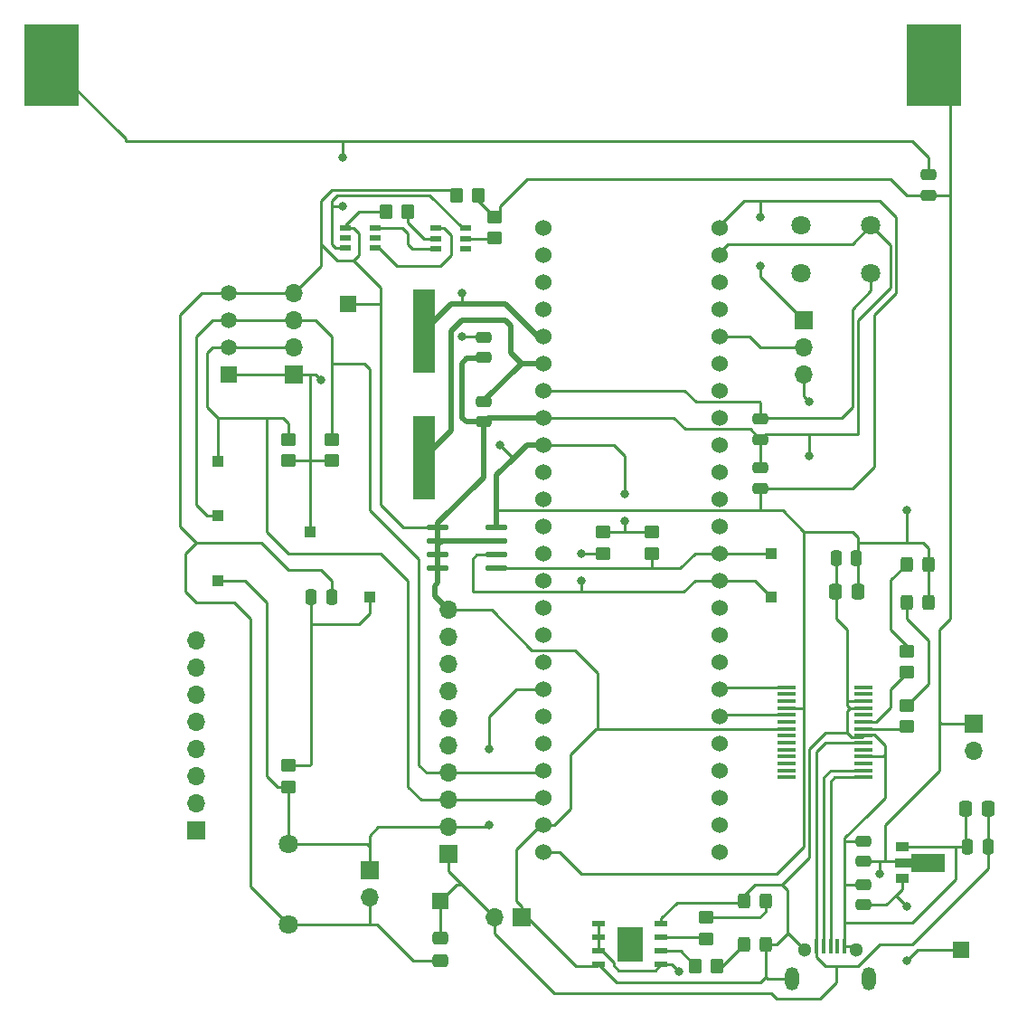
<source format=gbr>
%TF.GenerationSoftware,KiCad,Pcbnew,(7.0.0)*%
%TF.CreationDate,2023-04-03T20:33:43+02:00*%
%TF.ProjectId,EEE3088_design_project,45454533-3038-4385-9f64-657369676e5f,1.0*%
%TF.SameCoordinates,Original*%
%TF.FileFunction,Copper,L1,Top*%
%TF.FilePolarity,Positive*%
%FSLAX46Y46*%
G04 Gerber Fmt 4.6, Leading zero omitted, Abs format (unit mm)*
G04 Created by KiCad (PCBNEW (7.0.0)) date 2023-04-03 20:33:43*
%MOMM*%
%LPD*%
G01*
G04 APERTURE LIST*
G04 Aperture macros list*
%AMRoundRect*
0 Rectangle with rounded corners*
0 $1 Rounding radius*
0 $2 $3 $4 $5 $6 $7 $8 $9 X,Y pos of 4 corners*
0 Add a 4 corners polygon primitive as box body*
4,1,4,$2,$3,$4,$5,$6,$7,$8,$9,$2,$3,0*
0 Add four circle primitives for the rounded corners*
1,1,$1+$1,$2,$3*
1,1,$1+$1,$4,$5*
1,1,$1+$1,$6,$7*
1,1,$1+$1,$8,$9*
0 Add four rect primitives between the rounded corners*
20,1,$1+$1,$2,$3,$4,$5,0*
20,1,$1+$1,$4,$5,$6,$7,0*
20,1,$1+$1,$6,$7,$8,$9,0*
20,1,$1+$1,$8,$9,$2,$3,0*%
%AMFreePoly0*
4,1,9,3.862500,-0.866500,0.737500,-0.866500,0.737500,-0.450000,-0.737500,-0.450000,-0.737500,0.450000,0.737500,0.450000,0.737500,0.866500,3.862500,0.866500,3.862500,-0.866500,3.862500,-0.866500,$1*%
G04 Aperture macros list end*
%TA.AperFunction,SMDPad,CuDef*%
%ADD10R,1.300000X0.900000*%
%TD*%
%TA.AperFunction,SMDPad,CuDef*%
%ADD11FreePoly0,0.000000*%
%TD*%
%TA.AperFunction,SMDPad,CuDef*%
%ADD12RoundRect,0.250000X0.450000X-0.350000X0.450000X0.350000X-0.450000X0.350000X-0.450000X-0.350000X0*%
%TD*%
%TA.AperFunction,SMDPad,CuDef*%
%ADD13RoundRect,0.250000X0.350000X0.450000X-0.350000X0.450000X-0.350000X-0.450000X0.350000X-0.450000X0*%
%TD*%
%TA.AperFunction,SMDPad,CuDef*%
%ADD14RoundRect,0.250000X-0.250000X-0.475000X0.250000X-0.475000X0.250000X0.475000X-0.250000X0.475000X0*%
%TD*%
%TA.AperFunction,ComponentPad*%
%ADD15R,1.700000X1.700000*%
%TD*%
%TA.AperFunction,ComponentPad*%
%ADD16O,1.700000X1.700000*%
%TD*%
%TA.AperFunction,SMDPad,CuDef*%
%ADD17RoundRect,0.250000X0.475000X-0.250000X0.475000X0.250000X-0.475000X0.250000X-0.475000X-0.250000X0*%
%TD*%
%TA.AperFunction,SMDPad,CuDef*%
%ADD18R,1.500000X1.500000*%
%TD*%
%TA.AperFunction,ComponentPad*%
%ADD19R,1.000000X1.000000*%
%TD*%
%TA.AperFunction,SMDPad,CuDef*%
%ADD20RoundRect,0.250000X-0.337500X-0.475000X0.337500X-0.475000X0.337500X0.475000X-0.337500X0.475000X0*%
%TD*%
%TA.AperFunction,SMDPad,CuDef*%
%ADD21RoundRect,0.250000X-0.325000X-0.450000X0.325000X-0.450000X0.325000X0.450000X-0.325000X0.450000X0*%
%TD*%
%TA.AperFunction,ComponentPad*%
%ADD22R,1.500000X1.500000*%
%TD*%
%TA.AperFunction,ComponentPad*%
%ADD23C,1.500000*%
%TD*%
%TA.AperFunction,SMDPad,CuDef*%
%ADD24R,1.000000X0.550013*%
%TD*%
%TA.AperFunction,ComponentPad*%
%ADD25C,1.800000*%
%TD*%
%TA.AperFunction,SMDPad,CuDef*%
%ADD26RoundRect,0.250000X-0.450000X0.350000X-0.450000X-0.350000X0.450000X-0.350000X0.450000X0.350000X0*%
%TD*%
%TA.AperFunction,SMDPad,CuDef*%
%ADD27RoundRect,0.250000X-0.475000X0.250000X-0.475000X-0.250000X0.475000X-0.250000X0.475000X0.250000X0*%
%TD*%
%TA.AperFunction,SMDPad,CuDef*%
%ADD28R,0.400000X1.400000*%
%TD*%
%TA.AperFunction,ComponentPad*%
%ADD29C,1.300000*%
%TD*%
%TA.AperFunction,ComponentPad*%
%ADD30O,1.300000X2.200000*%
%TD*%
%TA.AperFunction,SMDPad,CuDef*%
%ADD31RoundRect,0.250000X-0.475000X0.337500X-0.475000X-0.337500X0.475000X-0.337500X0.475000X0.337500X0*%
%TD*%
%TA.AperFunction,SMDPad,CuDef*%
%ADD32RoundRect,0.250000X0.325000X0.450000X-0.325000X0.450000X-0.325000X-0.450000X0.325000X-0.450000X0*%
%TD*%
%TA.AperFunction,SMDPad,CuDef*%
%ADD33O,2.045009X0.588011*%
%TD*%
%TA.AperFunction,SMDPad,CuDef*%
%ADD34R,5.080010X7.620015*%
%TD*%
%TA.AperFunction,ComponentPad*%
%ADD35C,1.524000*%
%TD*%
%TA.AperFunction,SMDPad,CuDef*%
%ADD36R,1.200000X0.600000*%
%TD*%
%TA.AperFunction,SMDPad,CuDef*%
%ADD37R,2.400000X3.300000*%
%TD*%
%TA.AperFunction,SMDPad,CuDef*%
%ADD38R,2.000000X7.875000*%
%TD*%
%TA.AperFunction,SMDPad,CuDef*%
%ADD39R,1.750000X0.450000*%
%TD*%
%TA.AperFunction,ViaPad*%
%ADD40C,0.800000*%
%TD*%
%TA.AperFunction,Conductor*%
%ADD41C,0.250000*%
%TD*%
%TA.AperFunction,Conductor*%
%ADD42C,0.500000*%
%TD*%
G04 APERTURE END LIST*
D10*
%TO.P,U7,1,GND*%
%TO.N,GND*%
X172293999Y-141755999D03*
D11*
%TO.P,U7,2,VIN*%
%TO.N,/Power managment/POS_terminal*%
X172381500Y-143256000D03*
D10*
%TO.P,U7,3,VOUT*%
%TO.N,Vout3*%
X172293999Y-144755999D03*
%TD*%
D12*
%TO.P,R9,1*%
%TO.N,/Microcontroller Interface/Eprom_SDA*%
X148844000Y-114300000D03*
%TO.P,R9,2*%
%TO.N,Vout3*%
X148844000Y-112300000D03*
%TD*%
D13*
%TO.P,R4,1*%
%TO.N,Net-(D4-K)*%
X154940000Y-152908000D03*
%TO.P,R4,2*%
%TO.N,Net-(U4-STDBY#)*%
X152940000Y-152908000D03*
%TD*%
D14*
%TO.P,C8,1*%
%TO.N,GND*%
X178440000Y-141732000D03*
%TO.P,C8,2*%
%TO.N,5V*%
X180340000Y-141732000D03*
%TD*%
D15*
%TO.P,J3,1,Pin_1*%
%TO.N,GND*%
X136651999Y-148335999D03*
D16*
%TO.P,J3,2,Pin_2*%
%TO.N,5V*%
X134111999Y-148335999D03*
%TD*%
D12*
%TO.P,R11,1*%
%TO.N,Vout3*%
X118872000Y-105648000D03*
%TO.P,R11,2*%
%TO.N,Temp_Sensor_SLC*%
X118872000Y-103648000D03*
%TD*%
D17*
%TO.P,C10,1*%
%TO.N,/Power managment/POS_terminal*%
X168656000Y-143124000D03*
%TO.P,C10,2*%
%TO.N,GND*%
X168656000Y-141224000D03*
%TD*%
D14*
%TO.P,C1,1*%
%TO.N,GND*%
X166120500Y-114746000D03*
%TO.P,C1,2*%
%TO.N,Vout3*%
X168020500Y-114746000D03*
%TD*%
%TO.P,C13,1*%
%TO.N,Vout3*%
X116972000Y-118364000D03*
%TO.P,C13,2*%
%TO.N,GND*%
X118872000Y-118364000D03*
%TD*%
D15*
%TO.P,J5,1,Pin_1*%
%TO.N,Analog temp sensor*%
X122427999Y-144012999D03*
D16*
%TO.P,J5,2,Pin_2*%
%TO.N,GND*%
X122427999Y-146552999D03*
%TD*%
D18*
%TO.P,TP1,1,1*%
%TO.N,5V*%
X129031999Y-146811999D03*
%TD*%
D19*
%TO.P,TP10,1,1*%
%TO.N,/Microcontroller Interface/Eprom_SLC*%
X160019999Y-118363999D03*
%TD*%
D20*
%TO.P,C2,1*%
%TO.N,GND*%
X166094500Y-117856000D03*
%TO.P,C2,2*%
%TO.N,Vout3*%
X168169500Y-117856000D03*
%TD*%
D21*
%TO.P,D1,1,K*%
%TO.N,Net-(D1-K)*%
X172702000Y-118872000D03*
%TO.P,D1,2,A*%
%TO.N,Vout3*%
X174752000Y-118872000D03*
%TD*%
D22*
%TO.P,U8,1,VDD*%
%TO.N,Vout3*%
X109219999Y-97536015D03*
D23*
%TO.P,U8,2,SDA*%
%TO.N,Temp_Sensor_SDA*%
X109220000Y-94996011D03*
%TO.P,U8,3,SCK*%
%TO.N,Temp_Sensor_SLC*%
X109220000Y-92456005D03*
%TO.P,U8,4,GND*%
%TO.N,GND*%
X109220000Y-89916000D03*
%TD*%
D13*
%TO.P,R5,1*%
%TO.N,/Power managment/POS_terminal*%
X132588000Y-80772000D03*
%TO.P,R5,2*%
%TO.N,GND*%
X130588000Y-80772000D03*
%TD*%
D17*
%TO.P,C12,1*%
%TO.N,/Power managment/POS_terminal*%
X174752000Y-80772000D03*
%TO.P,C12,2*%
%TO.N,Net-(BT1--)*%
X174752000Y-78872000D03*
%TD*%
D24*
%TO.P,U5,1,OD*%
%TO.N,/Power managment/OD*%
X128647948Y-83886037D03*
%TO.P,U5,2,CS*%
%TO.N,Net-(U5-CS)*%
X128647948Y-84835999D03*
%TO.P,U5,3,OC*%
%TO.N,/Power managment/OC*%
X128647948Y-85785961D03*
%TO.P,U5,4,TD*%
%TO.N,unconnected-(U5-TD-Pad4)*%
X131448050Y-85785961D03*
%TO.P,U5,5,VCC*%
%TO.N,Net-(U5-VCC)*%
X131448050Y-84835999D03*
%TO.P,U5,6,GND*%
%TO.N,Net-(BT1--)*%
X131448050Y-83886037D03*
%TD*%
D19*
%TO.P,TP5,1,1*%
%TO.N,Temp_Sensor_SDA*%
X108203999Y-105663999D03*
%TD*%
D25*
%TO.P,S1,1,1*%
%TO.N,unconnected-(S1-Pad1)*%
X162866064Y-83602064D03*
%TO.P,S1,2,2*%
%TO.N,GND*%
X169365936Y-83602064D03*
%TO.P,S1,3,3*%
%TO.N,unconnected-(S1-Pad3)*%
X162866064Y-88101936D03*
%TO.P,S1,4,4*%
%TO.N,/Microcontroller Interface/NRST*%
X169365936Y-88101936D03*
%TD*%
D26*
%TO.P,R12,1*%
%TO.N,Vout3*%
X114808000Y-134144000D03*
%TO.P,R12,2*%
%TO.N,Analog temp sensor*%
X114808000Y-136144000D03*
%TD*%
D15*
%TO.P,J1,1,Pin_1*%
%TO.N,/Power managment/POS_terminal*%
X179012999Y-130296999D03*
D16*
%TO.P,J1,2,Pin_2*%
%TO.N,Vout3*%
X179012999Y-132836999D03*
%TD*%
D25*
%TO.P,TH1,1*%
%TO.N,Analog temp sensor*%
X114808000Y-141537936D03*
%TO.P,TH1,2*%
%TO.N,GND*%
X114808000Y-149038064D03*
%TD*%
D27*
%TO.P,C5,1*%
%TO.N,GND*%
X159004000Y-106304000D03*
%TO.P,C5,2*%
%TO.N,Vout3*%
X159004000Y-108204000D03*
%TD*%
D19*
%TO.P,TP9,1,1*%
%TO.N,/Microcontroller Interface/Eprom_SDA*%
X160019999Y-114299999D03*
%TD*%
D24*
%TO.P,U6,1,S1*%
%TO.N,GND*%
X120135897Y-83819999D03*
%TO.P,U6,2,D1/D2*%
%TO.N,unconnected-(U6-D1{slash}D2-Pad2)*%
X120135897Y-84769961D03*
%TO.P,U6,3,S2*%
%TO.N,Net-(BT1--)*%
X120135897Y-85719923D03*
%TO.P,U6,4,G2*%
%TO.N,/Power managment/OD*%
X122935999Y-85719923D03*
%TO.P,U6,5,D1/D2*%
%TO.N,unconnected-(U6-D1{slash}D2-Pad5)*%
X122935999Y-84769961D03*
%TO.P,U6,6,G1*%
%TO.N,/Power managment/OC*%
X122935999Y-83819999D03*
%TD*%
D15*
%TO.P,J8,1,Pin_1*%
%TO.N,PA7*%
X106171999Y-140207999D03*
D16*
%TO.P,J8,2,Pin_2*%
%TO.N,PA6*%
X106171999Y-137667999D03*
%TO.P,J8,3,Pin_3*%
%TO.N,PA5*%
X106171999Y-135127999D03*
%TO.P,J8,4,Pin_4*%
%TO.N,PA4*%
X106171999Y-132587999D03*
%TO.P,J8,5,Pin_5*%
%TO.N,PA3*%
X106171999Y-130047999D03*
%TO.P,J8,6,Pin_6*%
%TO.N,PA2*%
X106171999Y-127507999D03*
%TO.P,J8,7,Pin_7*%
%TO.N,PA1*%
X106171999Y-124967999D03*
%TO.P,J8,8,Pin_8*%
%TO.N,PA0*%
X106171999Y-122427999D03*
%TD*%
D21*
%TO.P,D4,1,K*%
%TO.N,Net-(D4-K)*%
X157462000Y-150876000D03*
%TO.P,D4,2,A*%
%TO.N,GND*%
X159512000Y-150876000D03*
%TD*%
D12*
%TO.P,R8,1*%
%TO.N,/Microcontroller Interface/Eprom_SLC*%
X144272000Y-114300000D03*
%TO.P,R8,2*%
%TO.N,Vout3*%
X144272000Y-112300000D03*
%TD*%
D28*
%TO.P,USB1,1,VBUS*%
%TO.N,5V*%
X164308024Y-151051826D03*
%TO.P,USB1,2,D-*%
%TO.N,/Microcontroller Interface/D-*%
X164958012Y-151051826D03*
%TO.P,USB1,3,D+*%
%TO.N,/Microcontroller Interface/D+*%
X165607999Y-151051826D03*
%TO.P,USB1,4,ID*%
%TO.N,unconnected-(USB1-ID-Pad4)*%
X166257986Y-151051826D03*
%TO.P,USB1,5,GND*%
%TO.N,GND*%
X166907974Y-151051826D03*
D29*
%TO.P,USB1,6,SH1*%
X168032943Y-151424446D03*
D30*
%TO.P,USB1,7,SH2*%
X169207948Y-154094498D03*
%TO.P,USB1,8,SH3*%
X162008050Y-154094498D03*
D29*
%TO.P,USB1,9,SH4*%
X163183057Y-151424446D03*
%TD*%
D31*
%TO.P,C9,1*%
%TO.N,5V*%
X129032000Y-150346500D03*
%TO.P,C9,2*%
%TO.N,GND*%
X129032000Y-152421500D03*
%TD*%
D12*
%TO.P,R2,1*%
%TO.N,Net-(U2-CBUS0)*%
X172720000Y-125444000D03*
%TO.P,R2,2*%
%TO.N,Net-(D2-K)*%
X172720000Y-123444000D03*
%TD*%
D20*
%TO.P,C7,1*%
%TO.N,GND*%
X178265000Y-138176000D03*
%TO.P,C7,2*%
%TO.N,5V*%
X180340000Y-138176000D03*
%TD*%
D15*
%TO.P,J6,1,Pin_1*%
%TO.N,Vout3*%
X163067999Y-92470999D03*
D16*
%TO.P,J6,2,Pin_2*%
%TO.N,Net-(J6-Pin_2)*%
X163067999Y-95010999D03*
%TO.P,J6,3,Pin_3*%
%TO.N,GND*%
X163067999Y-97550999D03*
%TD*%
D32*
%TO.P,D3,1,K*%
%TO.N,Net-(D3-K)*%
X159512000Y-146812000D03*
%TO.P,D3,2,A*%
%TO.N,GND*%
X157462000Y-146812000D03*
%TD*%
D15*
%TO.P,J2,1,Pin_1*%
%TO.N,5V*%
X129850999Y-142488999D03*
D16*
%TO.P,J2,2,Pin_2*%
%TO.N,Analog temp sensor*%
X129850999Y-139948999D03*
%TO.P,J2,3,Pin_3*%
%TO.N,Temp_Sensor_SDA*%
X129850999Y-137408999D03*
%TO.P,J2,4,Pin_4*%
%TO.N,Temp_Sensor_SLC*%
X129850999Y-134868999D03*
%TO.P,J2,5,Pin_5*%
%TO.N,unconnected-(J2-Pin_5-Pad5)*%
X129850999Y-132328999D03*
%TO.P,J2,6,Pin_6*%
%TO.N,unconnected-(J2-Pin_6-Pad6)*%
X129850999Y-129788999D03*
%TO.P,J2,7,Pin_7*%
%TO.N,/Microcontroller Interface/Plug_Detect*%
X129850999Y-127248999D03*
%TO.P,J2,8,Pin_8*%
%TO.N,/Microcontroller Interface/TX*%
X129850999Y-124708999D03*
%TO.P,J2,9,Pin_9*%
%TO.N,/Microcontroller Interface/RX*%
X129850999Y-122168999D03*
%TO.P,J2,10,Pin_10*%
%TO.N,GND*%
X129850999Y-119628999D03*
%TD*%
D12*
%TO.P,R1,1*%
%TO.N,Net-(U2-CBUS1)*%
X172720000Y-130524000D03*
%TO.P,R1,2*%
%TO.N,Net-(D1-K)*%
X172720000Y-128524000D03*
%TD*%
D21*
%TO.P,D2,1,K*%
%TO.N,Net-(D2-K)*%
X172702000Y-115316000D03*
%TO.P,D2,2,A*%
%TO.N,Vout3*%
X174752000Y-115316000D03*
%TD*%
D17*
%TO.P,C11,1*%
%TO.N,Vout3*%
X168656000Y-147188000D03*
%TO.P,C11,2*%
%TO.N,GND*%
X168656000Y-145288000D03*
%TD*%
D19*
%TO.P,TP6,1,1*%
%TO.N,Temp_Sensor_SLC*%
X108203999Y-110743999D03*
%TD*%
D33*
%TO.P,U3,1,A0*%
%TO.N,GND*%
X128799583Y-111886995D03*
%TO.P,U3,2,A1*%
X128799583Y-113156998D03*
%TO.P,U3,3,A2*%
X128799583Y-114427000D03*
%TO.P,U3,4,GND*%
X128799583Y-115697003D03*
%TO.P,U3,5,SDA*%
%TO.N,/Microcontroller Interface/Eprom_SDA*%
X134344415Y-115697003D03*
%TO.P,U3,6,SCL*%
%TO.N,/Microcontroller Interface/Eprom_SLC*%
X134344415Y-114427000D03*
%TO.P,U3,7,WP*%
%TO.N,GND*%
X134344415Y-113156998D03*
%TO.P,U3,8,VCC*%
%TO.N,Vout3*%
X134344415Y-111886995D03*
%TD*%
D19*
%TO.P,TP7,1,1*%
%TO.N,Vout3*%
X122427999Y-118363999D03*
%TD*%
D34*
%TO.P,BT1,1,+*%
%TO.N,/Power managment/POS_terminal*%
X175259999Y-68579999D03*
%TO.P,BT1,2,-*%
%TO.N,Net-(BT1--)*%
X92633633Y-68579999D03*
%TD*%
D18*
%TO.P,TP3,1,1*%
%TO.N,Vout3*%
X177799999Y-151383999D03*
%TD*%
D35*
%TO.P,J7,1,Pin_1*%
%TO.N,unconnected-(J7-Pin_1-Pad1)*%
X138684000Y-83820000D03*
%TO.P,J7,2,Pin_2*%
%TO.N,unconnected-(J7-Pin_2-Pad2)*%
X138684000Y-86360000D03*
%TO.P,J7,3,Pin_3*%
%TO.N,unconnected-(J7-Pin_3-Pad3)*%
X138684000Y-88900000D03*
%TO.P,J7,4,Pin_4*%
%TO.N,unconnected-(J7-Pin_4-Pad4)*%
X138684000Y-91440000D03*
%TO.P,J7,5,Pin_5*%
%TO.N,Net-(J7-Pin_5)*%
X138684000Y-93980000D03*
%TO.P,J7,6,Pin_6*%
%TO.N,Net-(J7-Pin_6)*%
X138684000Y-96520000D03*
%TO.P,J7,7,Pin_7*%
%TO.N,/Microcontroller Interface/NRST*%
X138684000Y-99060000D03*
%TO.P,J7,8,Pin_8*%
%TO.N,GND*%
X138684000Y-101600000D03*
%TO.P,J7,9,Pin_9*%
%TO.N,Vout3*%
X138684000Y-104140000D03*
%TO.P,J7,10,Pin_10*%
%TO.N,PA0*%
X138684000Y-106680000D03*
%TO.P,J7,11,Pin_11*%
%TO.N,PA1*%
X138684000Y-109220000D03*
%TO.P,J7,12,Pin_12*%
%TO.N,PA2*%
X138684000Y-111760000D03*
%TO.P,J7,13,Pin_13*%
%TO.N,PA3*%
X138684000Y-114300000D03*
%TO.P,J7,14,Pin_14*%
%TO.N,PA4*%
X138684000Y-116840000D03*
%TO.P,J7,15,Pin_15*%
%TO.N,PA5*%
X138684000Y-119380000D03*
%TO.P,J7,16,Pin_16*%
%TO.N,PA6*%
X138684000Y-121920000D03*
%TO.P,J7,17,Pin_17*%
%TO.N,PA7*%
X138684000Y-124460000D03*
%TO.P,J7,18,Pin_18*%
%TO.N,Analog temp sensor*%
X138684000Y-127000000D03*
%TO.P,J7,19,Pin_19*%
%TO.N,PB1*%
X138684000Y-129540000D03*
%TO.P,J7,20,Pin_20*%
%TO.N,PB2*%
X138684000Y-132080000D03*
%TO.P,J7,21,Pin_21*%
%TO.N,Temp_Sensor_SLC*%
X138684000Y-134620000D03*
%TO.P,J7,22,Pin_22*%
%TO.N,Temp_Sensor_SDA*%
X138684000Y-137160000D03*
%TO.P,J7,23,Pin_23*%
%TO.N,GND*%
X138684000Y-139700000D03*
%TO.P,J7,24,Pin_24*%
%TO.N,Vout3*%
X138684000Y-142240000D03*
%TO.P,J7,25,Pin_25*%
%TO.N,PB12*%
X155194000Y-142240000D03*
%TO.P,J7,26,Pin_26*%
%TO.N,PB13*%
X155194000Y-139700000D03*
%TO.P,J7,27,Pin_27*%
%TO.N,PB14*%
X155194000Y-137160000D03*
%TO.P,J7,28,Pin_28*%
%TO.N,PB15*%
X155194000Y-134620000D03*
%TO.P,J7,29,Pin_29*%
%TO.N,PA8*%
X155194000Y-132080000D03*
%TO.P,J7,30,Pin_30*%
%TO.N,/Microcontroller Interface/RX*%
X155194000Y-129540000D03*
%TO.P,J7,31,Pin_31*%
%TO.N,/Microcontroller Interface/TX*%
X155194000Y-127000000D03*
%TO.P,J7,32,Pin_32*%
%TO.N,PA11*%
X155194000Y-124460000D03*
%TO.P,J7,33,Pin_33*%
%TO.N,PA12*%
X155194000Y-121920000D03*
%TO.P,J7,34,Pin_34*%
%TO.N,PA13*%
X155194000Y-119380000D03*
%TO.P,J7,35,Pin_35*%
%TO.N,/Microcontroller Interface/Eprom_SLC*%
X155194000Y-116840000D03*
%TO.P,J7,36,Pin_36*%
%TO.N,/Microcontroller Interface/Eprom_SDA*%
X155194000Y-114300000D03*
%TO.P,J7,37,Pin_37*%
%TO.N,PA14*%
X155194000Y-111760000D03*
%TO.P,J7,38,Pin_38*%
%TO.N,PA15*%
X155194000Y-109220000D03*
%TO.P,J7,39,Pin_39*%
%TO.N,PB3*%
X155194000Y-106680000D03*
%TO.P,J7,40,Pin_40*%
%TO.N,PB4*%
X155194000Y-104140000D03*
%TO.P,J7,41,Pin_41*%
%TO.N,PB5*%
X155194000Y-101600000D03*
%TO.P,J7,42,Pin_42*%
%TO.N,PB6*%
X155194000Y-99060000D03*
%TO.P,J7,43,Pin_43*%
%TO.N,PB7*%
X155194000Y-96520000D03*
%TO.P,J7,44,Pin_44*%
%TO.N,Net-(J6-Pin_2)*%
X155194000Y-93980000D03*
%TO.P,J7,45,Pin_45*%
%TO.N,PB8*%
X155194000Y-91440000D03*
%TO.P,J7,46,Pin_46*%
%TO.N,PB9*%
X155194000Y-88900000D03*
%TO.P,J7,47,Pin_47*%
%TO.N,GND*%
X155194000Y-86360000D03*
%TO.P,J7,48,Pin_48*%
%TO.N,Vout3*%
X155194000Y-83820000D03*
%TD*%
D18*
%TO.P,TP2,1,1*%
%TO.N,GND*%
X120395999Y-90931999D03*
%TD*%
D26*
%TO.P,R7,1*%
%TO.N,/Power managment/POS_terminal*%
X134112000Y-82804000D03*
%TO.P,R7,2*%
%TO.N,Net-(U5-VCC)*%
X134112000Y-84804000D03*
%TD*%
D17*
%TO.P,C3,1*%
%TO.N,GND*%
X133129000Y-102009000D03*
%TO.P,C3,2*%
%TO.N,Net-(J7-Pin_6)*%
X133129000Y-100109000D03*
%TD*%
D36*
%TO.P,U4,1,TEMP*%
%TO.N,/Power managment/POS_terminal*%
X143903693Y-148970995D03*
%TO.P,U4,2,PROG*%
X143903693Y-150240998D03*
%TO.P,U4,3,GND*%
X143903693Y-151511000D03*
%TO.P,U4,4,VCC*%
%TO.N,GND*%
X143903693Y-152781003D03*
%TO.P,U4,5,BAT*%
%TO.N,/Power managment/POS_terminal*%
X149720305Y-152781003D03*
%TO.P,U4,6,STDBY#*%
%TO.N,Net-(U4-STDBY#)*%
X149720305Y-151511000D03*
%TO.P,U4,7,CHRG#*%
%TO.N,Net-(U4-CHRG#)*%
X149720305Y-150240998D03*
%TO.P,U4,8,CE*%
%TO.N,GND*%
X149720305Y-148970995D03*
D37*
%TO.P,U4,9,EP*%
%TO.N,unconnected-(U4-EP-Pad9)*%
X146811999Y-150875999D03*
%TD*%
D15*
%TO.P,J4,1,Pin_1*%
%TO.N,Vout3*%
X115315999Y-97535999D03*
D16*
%TO.P,J4,2,Pin_2*%
%TO.N,Temp_Sensor_SDA*%
X115315999Y-94995999D03*
%TO.P,J4,3,Pin_3*%
%TO.N,Temp_Sensor_SLC*%
X115315999Y-92455999D03*
%TO.P,J4,4,Pin_4*%
%TO.N,GND*%
X115315999Y-89915999D03*
%TD*%
D17*
%TO.P,C4,1*%
%TO.N,GND*%
X133129000Y-95979000D03*
%TO.P,C4,2*%
%TO.N,Net-(J7-Pin_5)*%
X133129000Y-94079000D03*
%TD*%
D19*
%TO.P,TP4,1,1*%
%TO.N,Vout3*%
X116839999Y-112267999D03*
%TD*%
D13*
%TO.P,R6,1*%
%TO.N,Net-(U5-CS)*%
X125984000Y-82296000D03*
%TO.P,R6,2*%
%TO.N,GND*%
X123984000Y-82296000D03*
%TD*%
D38*
%TO.P,Y1,1,1*%
%TO.N,Net-(J7-Pin_5)*%
X127507999Y-93471999D03*
%TO.P,Y1,2,2*%
%TO.N,Net-(J7-Pin_6)*%
X127507999Y-105346999D03*
%TD*%
D12*
%TO.P,R10,1*%
%TO.N,Vout3*%
X114808000Y-105632000D03*
%TO.P,R10,2*%
%TO.N,Temp_Sensor_SDA*%
X114808000Y-103632000D03*
%TD*%
D26*
%TO.P,R3,1*%
%TO.N,Net-(D3-K)*%
X153924000Y-148368000D03*
%TO.P,R3,2*%
%TO.N,Net-(U4-CHRG#)*%
X153924000Y-150368000D03*
%TD*%
D19*
%TO.P,TP8,1,1*%
%TO.N,Analog temp sensor*%
X108203999Y-116839999D03*
%TD*%
D39*
%TO.P,U2,1,TXD*%
%TO.N,/Microcontroller Interface/TX*%
X161499999Y-126838999D03*
%TO.P,U2,2,DTR*%
%TO.N,unconnected-(U2-DTR-Pad2)*%
X161499999Y-127488999D03*
%TO.P,U2,3,RTS*%
%TO.N,unconnected-(U2-RTS-Pad3)*%
X161499999Y-128138999D03*
%TO.P,U2,4,VCCIO*%
%TO.N,Vout3*%
X161499999Y-128788999D03*
%TO.P,U2,5,RXD*%
%TO.N,/Microcontroller Interface/RX*%
X161499999Y-129438999D03*
%TO.P,U2,6,RI*%
%TO.N,unconnected-(U2-RI-Pad6)*%
X161499999Y-130088999D03*
%TO.P,U2,7,GND*%
%TO.N,GND*%
X161499999Y-130738999D03*
%TO.P,U2,8*%
%TO.N,N/C*%
X161499999Y-131388999D03*
%TO.P,U2,9,DCR*%
%TO.N,unconnected-(U2-DCR-Pad9)*%
X161499999Y-132038999D03*
%TO.P,U2,10,DCD*%
%TO.N,unconnected-(U2-DCD-Pad10)*%
X161499999Y-132688999D03*
%TO.P,U2,11,CTS*%
%TO.N,unconnected-(U2-CTS-Pad11)*%
X161499999Y-133338999D03*
%TO.P,U2,12,CBUS4*%
%TO.N,unconnected-(U2-CBUS4-Pad12)*%
X161499999Y-133988999D03*
%TO.P,U2,13,CBUS2*%
%TO.N,unconnected-(U2-CBUS2-Pad13)*%
X161499999Y-134638999D03*
%TO.P,U2,14,CBUS3*%
%TO.N,unconnected-(U2-CBUS3-Pad14)*%
X161499999Y-135288999D03*
%TO.P,U2,15,USBD+*%
%TO.N,/Microcontroller Interface/D+*%
X168699999Y-135288999D03*
%TO.P,U2,16,USBD-*%
%TO.N,/Microcontroller Interface/D-*%
X168699999Y-134638999D03*
%TO.P,U2,17,3V3OUT*%
%TO.N,unconnected-(U2-3V3OUT-Pad17)*%
X168699999Y-133988999D03*
%TO.P,U2,18,GND*%
%TO.N,GND*%
X168699999Y-133338999D03*
%TO.P,U2,19,~{RESET}*%
%TO.N,unconnected-(U2-~{RESET}-Pad19)*%
X168699999Y-132688999D03*
%TO.P,U2,20,VCC*%
%TO.N,5V*%
X168699999Y-132038999D03*
%TO.P,U2,21,GND*%
%TO.N,GND*%
X168699999Y-131388999D03*
%TO.P,U2,22,CBUS1*%
%TO.N,Net-(U2-CBUS1)*%
X168699999Y-130738999D03*
%TO.P,U2,23,CBUS0*%
%TO.N,Net-(U2-CBUS0)*%
X168699999Y-130088999D03*
%TO.P,U2,24*%
%TO.N,N/C*%
X168699999Y-129438999D03*
%TO.P,U2,25,AGND*%
%TO.N,GND*%
X168699999Y-128788999D03*
%TO.P,U2,26,TEST*%
X168699999Y-128138999D03*
%TO.P,U2,27,OSCI*%
%TO.N,unconnected-(U2-OSCI-Pad27)*%
X168699999Y-127488999D03*
%TO.P,U2,28,OSCO*%
%TO.N,unconnected-(U2-OSCO-Pad28)*%
X168699999Y-126838999D03*
%TD*%
D17*
%TO.P,C6,1*%
%TO.N,GND*%
X159004000Y-103632000D03*
%TO.P,C6,2*%
%TO.N,/Microcontroller Interface/NRST*%
X159004000Y-101732000D03*
%TD*%
D40*
%TO.N,GND*%
X163576000Y-100076000D03*
X163576000Y-105156000D03*
%TO.N,Analog temp sensor*%
X133604000Y-132588000D03*
X133604000Y-139700000D03*
%TO.N,/Microcontroller Interface/Eprom_SLC*%
X142240000Y-114300000D03*
X142240000Y-116840000D03*
%TO.N,/Power managment/POS_terminal*%
X170180000Y-144272000D03*
X151384000Y-153416000D03*
%TO.N,Net-(BT1--)*%
X119888000Y-77216000D03*
X119888000Y-81788000D03*
%TO.N,Vout3*%
X172720000Y-152400000D03*
X172720000Y-147320000D03*
X134620000Y-104140000D03*
X159004000Y-87376000D03*
X146304000Y-108712000D03*
X159004000Y-82804000D03*
X146304000Y-111252000D03*
X172720000Y-110236000D03*
X117856000Y-98044000D03*
%TO.N,Net-(J7-Pin_5)*%
X131064000Y-93980000D03*
X131064000Y-89916000D03*
%TD*%
D41*
%TO.N,GND*%
X115316000Y-89916000D02*
X117856000Y-87376000D01*
X166116000Y-120396000D02*
X166116000Y-117877500D01*
X169700000Y-131289000D02*
X168800000Y-131289000D01*
D42*
X129032000Y-113284000D02*
X128926585Y-113284000D01*
D41*
X118872000Y-116840000D02*
X118872000Y-118364000D01*
X167660324Y-151051827D02*
X168032943Y-151424446D01*
X129851000Y-119629000D02*
X133853000Y-119629000D01*
X163576000Y-105156000D02*
X163576000Y-103124000D01*
X125476000Y-111760000D02*
X125602996Y-111886996D01*
X143581000Y-130739000D02*
X141224000Y-133096000D01*
X161544000Y-145796000D02*
X161544000Y-149860000D01*
X177292000Y-141756000D02*
X177292000Y-144780000D01*
X143776698Y-152908000D02*
X143903694Y-152781004D01*
D42*
X131064000Y-101600000D02*
X131473000Y-102009000D01*
D41*
X137597000Y-123373000D02*
X141661000Y-123373000D01*
X120135898Y-83820000D02*
X120135898Y-83572102D01*
X121412000Y-86360000D02*
X120904000Y-86868000D01*
X155956000Y-85344000D02*
X167624000Y-85344000D01*
X120135898Y-83572102D02*
X121412000Y-82296000D01*
X161036000Y-145288000D02*
X161544000Y-145796000D01*
X130080000Y-80264000D02*
X130588000Y-80772000D01*
X139700000Y-139700000D02*
X138430000Y-139700000D01*
X145554690Y-154432000D02*
X159004000Y-154432000D01*
D42*
X133129000Y-102009000D02*
X133538000Y-101600000D01*
D41*
X173228000Y-148844000D02*
X166907975Y-148844000D01*
X168600000Y-131489000D02*
X168700000Y-131389000D01*
X168700000Y-133339000D02*
X170445000Y-133339000D01*
X141224000Y-138176000D02*
X139700000Y-139700000D01*
X111252000Y-120396000D02*
X109728000Y-118872000D01*
D42*
X131473000Y-102009000D02*
X133129000Y-102009000D01*
D41*
X129010500Y-152400000D02*
X129032000Y-152421500D01*
X117856000Y-81280000D02*
X118872000Y-80264000D01*
X161618611Y-149860000D02*
X161544000Y-149860000D01*
X167557000Y-131489000D02*
X168600000Y-131489000D01*
X133129000Y-95979000D02*
X133063000Y-96045000D01*
X166120500Y-114746000D02*
X166120500Y-117830000D01*
X163576000Y-142748000D02*
X161036000Y-145288000D01*
X167255000Y-128139000D02*
X168700000Y-128139000D01*
X123130064Y-149038064D02*
X126492000Y-152400000D01*
X136144000Y-146812000D02*
X136652000Y-147320000D01*
X163068000Y-97551000D02*
X163068000Y-99568000D01*
X149720306Y-148475694D02*
X151197604Y-146998396D01*
X167375000Y-128789000D02*
X167132000Y-128546000D01*
X122428000Y-146553000D02*
X122428000Y-149038064D01*
X167132000Y-121412000D02*
X166116000Y-120396000D01*
X126492000Y-152400000D02*
X129010500Y-152400000D01*
X112268000Y-113284000D02*
X114808000Y-115824000D01*
X123444000Y-90932000D02*
X123444000Y-109728000D01*
X177292000Y-141756000D02*
X178416000Y-141756000D01*
X161500000Y-130739000D02*
X143764000Y-130739000D01*
X118872000Y-80264000D02*
X130080000Y-80264000D01*
D42*
X128799584Y-115697004D02*
X128799584Y-114427001D01*
D41*
X167132000Y-128546000D02*
X167132000Y-128016000D01*
X159512000Y-103124000D02*
X168148000Y-103124000D01*
X169222000Y-138684000D02*
X169164000Y-138684000D01*
X136652000Y-148336000D02*
X137160000Y-148336000D01*
X161036000Y-150368000D02*
X160528000Y-150876000D01*
X166907975Y-151051827D02*
X167660324Y-151051827D01*
X120904000Y-86868000D02*
X119380000Y-86868000D01*
X109728000Y-118872000D02*
X106172000Y-118872000D01*
X104648000Y-111760000D02*
X106172000Y-113284000D01*
X163576000Y-132588000D02*
X163576000Y-142748000D01*
X106172000Y-113284000D02*
X112268000Y-113284000D01*
X143764000Y-125476000D02*
X143764000Y-130739000D01*
X154940000Y-86360000D02*
X155956000Y-85344000D01*
X104648000Y-91948000D02*
X104648000Y-111760000D01*
X117856000Y-115824000D02*
X118872000Y-116840000D01*
X114808000Y-149038064D02*
X122428000Y-149038064D01*
X109220000Y-89916000D02*
X106680000Y-89916000D01*
D42*
X128926585Y-113284000D02*
X128799584Y-113156999D01*
D41*
X114808000Y-115824000D02*
X117856000Y-115824000D01*
X141661000Y-123373000D02*
X143764000Y-125476000D01*
D42*
X133096000Y-107188000D02*
X133096000Y-102042000D01*
D41*
X167132000Y-131064000D02*
X165100000Y-131064000D01*
X143903694Y-152781004D02*
X145554690Y-154432000D01*
X137160000Y-148336000D02*
X141732000Y-152908000D01*
X159682499Y-154094499D02*
X159512000Y-153924000D01*
D42*
X133096000Y-102042000D02*
X133129000Y-102009000D01*
D41*
X143764000Y-130739000D02*
X143581000Y-130739000D01*
D42*
X128524000Y-118302000D02*
X128524000Y-117348000D01*
D41*
X171196000Y-85432128D02*
X169365936Y-83602064D01*
D42*
X128799584Y-114427001D02*
X128799584Y-113156999D01*
D41*
X120904000Y-83820000D02*
X121412000Y-84328000D01*
X120396000Y-90932000D02*
X123444000Y-90932000D01*
X125602996Y-111886996D02*
X128799584Y-111886996D01*
X166907975Y-141224000D02*
X166907975Y-140940025D01*
X166116000Y-117877500D02*
X166094500Y-117856000D01*
X166120500Y-117830000D02*
X166094500Y-117856000D01*
D42*
X128524000Y-117348000D02*
X128799584Y-117072416D01*
D41*
X170688000Y-137160000D02*
X170688000Y-133096000D01*
X138430000Y-101600000D02*
X150876000Y-101600000D01*
X151963000Y-102687000D02*
X158059000Y-102687000D01*
D42*
X128799584Y-117072416D02*
X128799584Y-115697004D01*
D41*
X168148000Y-103124000D02*
X168148000Y-92456000D01*
X170445000Y-133339000D02*
X170688000Y-133096000D01*
X165100000Y-131064000D02*
X163576000Y-132588000D01*
X172294000Y-141756000D02*
X177292000Y-141756000D01*
X133853000Y-119629000D02*
X137597000Y-123373000D01*
X162008051Y-154094499D02*
X159682499Y-154094499D01*
D42*
X129851000Y-119629000D02*
X128524000Y-118302000D01*
X131539000Y-96045000D02*
X131064000Y-96520000D01*
D41*
X167132000Y-129032000D02*
X167132000Y-131064000D01*
X168656000Y-141224000D02*
X166907975Y-141224000D01*
D42*
X128799584Y-111484416D02*
X133096000Y-107188000D01*
D41*
X122428000Y-149038064D02*
X123130064Y-149038064D01*
X178265000Y-138176000D02*
X178265000Y-141557000D01*
X121412000Y-82296000D02*
X123984000Y-82296000D01*
X109220000Y-89916000D02*
X115316000Y-89916000D01*
X167132000Y-128016000D02*
X167132000Y-121412000D01*
X157012000Y-146998396D02*
X157143802Y-147130198D01*
X169164000Y-138684000D02*
X170688000Y-137160000D01*
X117856000Y-85344000D02*
X117856000Y-81280000D01*
X167624000Y-85344000D02*
X169365936Y-83602064D01*
X168800000Y-131289000D02*
X168700000Y-131389000D01*
X149720306Y-148970996D02*
X149720306Y-148475694D01*
D42*
X129159001Y-113156999D02*
X129032000Y-113284000D01*
D41*
X160528000Y-150876000D02*
X159512000Y-150876000D01*
X166907975Y-148844000D02*
X166907975Y-145288000D01*
X105156000Y-114300000D02*
X106172000Y-113284000D01*
X170688000Y-132277000D02*
X169700000Y-131289000D01*
X178265000Y-141557000D02*
X178440000Y-141732000D01*
X163068000Y-99568000D02*
X163576000Y-100076000D01*
X105156000Y-117856000D02*
X105156000Y-114300000D01*
X168700000Y-128789000D02*
X167375000Y-128789000D01*
X121412000Y-84328000D02*
X121412000Y-86360000D01*
X178416000Y-141756000D02*
X178440000Y-141732000D01*
X136144000Y-141986000D02*
X136144000Y-146812000D01*
X157462000Y-146322000D02*
X158496000Y-145288000D01*
X111252000Y-145482064D02*
X111252000Y-120396000D01*
X141732000Y-152908000D02*
X143776698Y-152908000D01*
X106680000Y-89916000D02*
X104648000Y-91948000D01*
X119380000Y-86868000D02*
X117856000Y-85344000D01*
D42*
X131064000Y-96520000D02*
X131064000Y-101600000D01*
D41*
X159004000Y-103632000D02*
X159512000Y-103124000D01*
X170688000Y-133096000D02*
X170688000Y-132277000D01*
X166907975Y-151051827D02*
X166907975Y-148844000D01*
X167132000Y-128016000D02*
X167255000Y-128139000D01*
X166907975Y-140940025D02*
X169164000Y-138684000D01*
X168148000Y-92456000D02*
X171196000Y-89408000D01*
X163183057Y-151424446D02*
X161618611Y-149860000D01*
X150876000Y-101600000D02*
X151963000Y-102687000D01*
X161544000Y-149860000D02*
X161036000Y-150368000D01*
X141224000Y-133096000D02*
X141224000Y-138176000D01*
X120904000Y-86868000D02*
X123444000Y-89408000D01*
X171196000Y-89408000D02*
X171196000Y-85432128D01*
X158059000Y-102687000D02*
X159004000Y-103632000D01*
X123444000Y-109728000D02*
X125476000Y-111760000D01*
X138430000Y-139700000D02*
X136144000Y-141986000D01*
X168656000Y-145288000D02*
X166907975Y-145288000D01*
D42*
X128799584Y-111886996D02*
X128799584Y-111484416D01*
D41*
X177292000Y-144780000D02*
X173228000Y-148844000D01*
X117856000Y-87376000D02*
X117856000Y-85344000D01*
X159004000Y-106304000D02*
X159004000Y-103632000D01*
X167375000Y-128789000D02*
X167132000Y-129032000D01*
X106172000Y-118872000D02*
X105156000Y-117856000D01*
X166907975Y-145288000D02*
X166907975Y-141224000D01*
X158496000Y-145288000D02*
X161036000Y-145288000D01*
D42*
X134344416Y-113156999D02*
X129159001Y-113156999D01*
D41*
X159512000Y-153924000D02*
X159512000Y-150876000D01*
X159004000Y-154432000D02*
X159512000Y-153924000D01*
D42*
X133538000Y-101600000D02*
X138430000Y-101600000D01*
D41*
X114808000Y-149038064D02*
X111252000Y-145482064D01*
D42*
X133063000Y-96045000D02*
X131539000Y-96045000D01*
D41*
X157462000Y-146812000D02*
X157462000Y-146322000D01*
X167132000Y-131064000D02*
X167557000Y-131489000D01*
X123444000Y-89408000D02*
X123444000Y-90932000D01*
X136652000Y-147320000D02*
X136652000Y-148336000D01*
X151197604Y-146998396D02*
X157012000Y-146998396D01*
X120135898Y-83820000D02*
X120904000Y-83820000D01*
D42*
X128799584Y-113156999D02*
X128799584Y-111886996D01*
D41*
%TO.N,5V*%
X164592000Y-155956000D02*
X166116000Y-154432000D01*
X166116000Y-152908000D02*
X166624000Y-152908000D01*
X129032000Y-146812000D02*
X130556000Y-145288000D01*
X168148000Y-152908000D02*
X170180000Y-150876000D01*
X170180000Y-150876000D02*
X173228000Y-150876000D01*
X160020000Y-155448000D02*
X160528000Y-155956000D01*
X139700000Y-155448000D02*
X160020000Y-155448000D01*
X164308025Y-132871975D02*
X164308025Y-151051827D01*
X164846000Y-152654000D02*
X164592000Y-152400000D01*
X165141000Y-132039000D02*
X164308025Y-132871975D01*
X165100000Y-152908000D02*
X168148000Y-152908000D01*
X164846000Y-152654000D02*
X165100000Y-152908000D01*
X129851000Y-144075000D02*
X131064000Y-145288000D01*
X129851000Y-142489000D02*
X129851000Y-144075000D01*
X130556000Y-145288000D02*
X131064000Y-145288000D01*
X134112000Y-149860000D02*
X139700000Y-155448000D01*
X166116000Y-154432000D02*
X166116000Y-152908000D01*
X173228000Y-150876000D02*
X180340000Y-143764000D01*
X164308025Y-151051827D02*
X164308025Y-152116025D01*
X134112000Y-148336000D02*
X134112000Y-149860000D01*
X160528000Y-155956000D02*
X164592000Y-155956000D01*
X131064000Y-145288000D02*
X134112000Y-148336000D01*
X164308025Y-152116025D02*
X164846000Y-152654000D01*
X180340000Y-143764000D02*
X180340000Y-141732000D01*
X165141000Y-132039000D02*
X168700000Y-132039000D01*
X129032000Y-150346500D02*
X129032000Y-146812000D01*
X180340000Y-141732000D02*
X180340000Y-138176000D01*
%TO.N,Net-(D1-K)*%
X172720000Y-120396000D02*
X172720000Y-118890000D01*
X172720000Y-128524000D02*
X174752000Y-126492000D01*
X174752000Y-126492000D02*
X174752000Y-122428000D01*
X172720000Y-118890000D02*
X172702000Y-118872000D01*
X174752000Y-122428000D02*
X172720000Y-120396000D01*
%TO.N,Net-(D2-K)*%
X171196000Y-116822000D02*
X172702000Y-115316000D01*
X172720000Y-123444000D02*
X172720000Y-122936000D01*
X171196000Y-121412000D02*
X171196000Y-116822000D01*
X172720000Y-122936000D02*
X171196000Y-121412000D01*
%TO.N,Analog temp sensor*%
X114808000Y-136144000D02*
X114808000Y-141537936D01*
X123195000Y-139949000D02*
X122428000Y-140716000D01*
X114808000Y-141537936D02*
X122233936Y-141537936D01*
X113792000Y-136144000D02*
X114808000Y-136144000D01*
X133355000Y-139949000D02*
X133604000Y-139700000D01*
X112776000Y-118872000D02*
X112776000Y-135128000D01*
X108204000Y-116840000D02*
X110744000Y-116840000D01*
X110744000Y-116840000D02*
X112776000Y-118872000D01*
X133604000Y-132588000D02*
X133604000Y-129540000D01*
X133604000Y-129540000D02*
X136144000Y-127000000D01*
X136144000Y-127000000D02*
X138430000Y-127000000D01*
X122428000Y-141732000D02*
X122428000Y-144013000D01*
X112776000Y-135128000D02*
X113792000Y-136144000D01*
X129851000Y-139949000D02*
X133355000Y-139949000D01*
X122233936Y-141537936D02*
X122428000Y-141732000D01*
X129851000Y-139949000D02*
X123195000Y-139949000D01*
X122428000Y-140716000D02*
X122428000Y-141732000D01*
%TO.N,Temp_Sensor_SDA*%
X125984000Y-116840000D02*
X125984000Y-136144000D01*
X123444000Y-114300000D02*
X125984000Y-116840000D01*
X107695989Y-94996011D02*
X107188000Y-95504000D01*
X109220000Y-94996011D02*
X115315989Y-94996011D01*
X127249000Y-137409000D02*
X129851000Y-137409000D01*
X107188000Y-100584000D02*
X107188000Y-100616000D01*
X125984000Y-136144000D02*
X127249000Y-137409000D01*
X129851000Y-137409000D02*
X138181000Y-137409000D01*
X114808000Y-114300000D02*
X123444000Y-114300000D01*
X107188000Y-95504000D02*
X107188000Y-100584000D01*
X114300000Y-101600000D02*
X114808000Y-102108000D01*
X112776000Y-112268000D02*
X114808000Y-114300000D01*
X114808000Y-102108000D02*
X114808000Y-103632000D01*
X108204000Y-101600000D02*
X112776000Y-101600000D01*
X112776000Y-101600000D02*
X114300000Y-101600000D01*
X115315989Y-94996011D02*
X115316000Y-94996000D01*
X108204000Y-105664000D02*
X108204000Y-101600000D01*
X109220000Y-94996011D02*
X107695989Y-94996011D01*
X112776000Y-101600000D02*
X112776000Y-112268000D01*
X138181000Y-137409000D02*
X138430000Y-137160000D01*
X107188000Y-100584000D02*
X108204000Y-101600000D01*
%TO.N,Temp_Sensor_SLC*%
X129851000Y-134869000D02*
X138181000Y-134869000D01*
X138181000Y-134869000D02*
X138430000Y-134620000D01*
X127757000Y-134869000D02*
X127000000Y-134112000D01*
X107188000Y-110744000D02*
X108204000Y-110744000D01*
X107695995Y-92456005D02*
X106172000Y-93980000D01*
X122428000Y-97028000D02*
X121920000Y-96520000D01*
X109220000Y-92456005D02*
X107695995Y-92456005D01*
X118872000Y-96520000D02*
X118872000Y-97028000D01*
X118872000Y-93980000D02*
X118872000Y-103124000D01*
X127000000Y-134112000D02*
X127000000Y-114808000D01*
X109220000Y-92456005D02*
X115315995Y-92456005D01*
X115316000Y-92456000D02*
X117348000Y-92456000D01*
X115315995Y-92456005D02*
X115316000Y-92456000D01*
X117348000Y-92456000D02*
X118872000Y-93980000D01*
X121920000Y-96520000D02*
X118872000Y-96520000D01*
X127000000Y-114808000D02*
X122428000Y-110236000D01*
X122428000Y-110236000D02*
X122428000Y-97028000D01*
X106172000Y-109728000D02*
X107188000Y-110744000D01*
X106172000Y-93980000D02*
X106172000Y-109728000D01*
X129851000Y-134869000D02*
X127757000Y-134869000D01*
%TO.N,/Microcontroller Interface/TX*%
X155101000Y-126839000D02*
X154940000Y-127000000D01*
X161500000Y-126839000D02*
X155101000Y-126839000D01*
%TO.N,/Microcontroller Interface/RX*%
X154940000Y-129540000D02*
X155041000Y-129439000D01*
X155041000Y-129439000D02*
X161500000Y-129439000D01*
%TO.N,Net-(U2-CBUS1)*%
X172505000Y-130739000D02*
X172720000Y-130524000D01*
X168700000Y-130739000D02*
X172505000Y-130739000D01*
%TO.N,Net-(U2-CBUS0)*%
X171196000Y-127000000D02*
X172720000Y-125476000D01*
X168700000Y-130089000D02*
X169825000Y-130089000D01*
X169825000Y-130089000D02*
X171196000Y-128718000D01*
X171196000Y-128718000D02*
X171196000Y-127000000D01*
X172720000Y-125476000D02*
X172720000Y-125444000D01*
%TO.N,/Microcontroller Interface/Eprom_SLC*%
X152908000Y-116840000D02*
X154940000Y-116840000D01*
X132151000Y-117927000D02*
X142240000Y-117927000D01*
X142240000Y-117927000D02*
X142240000Y-116840000D01*
X142240000Y-114300000D02*
X144272000Y-114300000D01*
X142240000Y-117927000D02*
X151821000Y-117927000D01*
X158496000Y-116840000D02*
X160020000Y-118364000D01*
X134344416Y-114427001D02*
X132460999Y-114427001D01*
X151821000Y-117927000D02*
X152908000Y-116840000D01*
X155194000Y-116840000D02*
X158496000Y-116840000D01*
X132080000Y-114808000D02*
X132080000Y-117856000D01*
X132460999Y-114427001D02*
X132080000Y-114808000D01*
X132080000Y-117856000D02*
X132151000Y-117927000D01*
%TO.N,/Microcontroller Interface/Eprom_SDA*%
X148844000Y-114300000D02*
X148844000Y-115697004D01*
X148844000Y-115697004D02*
X151510996Y-115697004D01*
X134344416Y-115697004D02*
X148844000Y-115697004D01*
X155194000Y-114300000D02*
X160020000Y-114300000D01*
X151510996Y-115697004D02*
X152908000Y-114300000D01*
X152908000Y-114300000D02*
X154940000Y-114300000D01*
%TO.N,/Microcontroller Interface/D+*%
X165608000Y-135636000D02*
X165608000Y-151051827D01*
X168700000Y-135289000D02*
X165955000Y-135289000D01*
X165955000Y-135289000D02*
X165608000Y-135636000D01*
%TO.N,/Microcontroller Interface/D-*%
X168700000Y-134639000D02*
X165589000Y-134639000D01*
X164958013Y-135777987D02*
X164958013Y-151051827D01*
X165589000Y-134639000D02*
X164958013Y-135269987D01*
X164958013Y-135269987D02*
X164958013Y-135777987D01*
%TO.N,/Power managment/POS_terminal*%
X145767004Y-153331004D02*
X149170306Y-153331004D01*
X134112000Y-82804000D02*
X132588000Y-81280000D01*
X172720000Y-80772000D02*
X174752000Y-80772000D01*
X176784000Y-70104000D02*
X175260000Y-68580000D01*
X179013000Y-130297000D02*
X176017000Y-130297000D01*
X170180000Y-144272000D02*
X170180000Y-143124000D01*
X175768000Y-130048000D02*
X175768000Y-121412000D01*
X143903694Y-151511001D02*
X143903694Y-150240999D01*
X174752000Y-80772000D02*
X176784000Y-80772000D01*
X172249500Y-143124000D02*
X172381500Y-143256000D01*
X170180000Y-143124000D02*
X170688000Y-143124000D01*
X144203694Y-151511001D02*
X145287000Y-152594307D01*
X170688000Y-143124000D02*
X172249500Y-143124000D01*
X143903694Y-151511001D02*
X144203694Y-151511001D01*
X171196000Y-79248000D02*
X172720000Y-80772000D01*
X145287000Y-152851000D02*
X145767004Y-153331004D01*
X168656000Y-143124000D02*
X170180000Y-143124000D01*
X176784000Y-80772000D02*
X176784000Y-70104000D01*
X134112000Y-82804000D02*
X134620000Y-82296000D01*
X170688000Y-139700000D02*
X175768000Y-134620000D01*
X137160000Y-79248000D02*
X171196000Y-79248000D01*
X176017000Y-130297000D02*
X175768000Y-130048000D01*
X145287000Y-152594307D02*
X145287000Y-152851000D01*
X134620000Y-81788000D02*
X137160000Y-79248000D01*
X150749004Y-152781004D02*
X151384000Y-153416000D01*
X134620000Y-82296000D02*
X134620000Y-81788000D01*
X143903694Y-150240999D02*
X143903694Y-148970996D01*
X132588000Y-81280000D02*
X132588000Y-80772000D01*
X176784000Y-120396000D02*
X176784000Y-80772000D01*
X149170306Y-153331004D02*
X149720306Y-152781004D01*
X175768000Y-121412000D02*
X176784000Y-120396000D01*
X170688000Y-143124000D02*
X170688000Y-139700000D01*
X175768000Y-134620000D02*
X175768000Y-130048000D01*
X149720306Y-152781004D02*
X150749004Y-152781004D01*
%TO.N,Net-(BT1--)*%
X99568000Y-75514366D02*
X99568000Y-75692000D01*
X118872000Y-81280000D02*
X118872000Y-85344000D01*
X118872000Y-85344000D02*
X119247924Y-85719924D01*
X173228000Y-75692000D02*
X174752000Y-77216000D01*
X174752000Y-77216000D02*
X174752000Y-78872000D01*
X119888000Y-77216000D02*
X119888000Y-75692000D01*
X131130038Y-83886038D02*
X128016000Y-80772000D01*
X128016000Y-80772000D02*
X119380000Y-80772000D01*
X119888000Y-75692000D02*
X173228000Y-75692000D01*
X119247924Y-85719924D02*
X120135898Y-85719924D01*
X131448051Y-83886038D02*
X131130038Y-83886038D01*
X119380000Y-80772000D02*
X118872000Y-81280000D01*
X92633634Y-68580000D02*
X99568000Y-75514366D01*
X99568000Y-75692000D02*
X119888000Y-75692000D01*
X119888000Y-81788000D02*
X118872000Y-81788000D01*
%TO.N,Net-(D3-K)*%
X158972000Y-148368000D02*
X159512000Y-147828000D01*
X153924000Y-148368000D02*
X158972000Y-148368000D01*
X159512000Y-147828000D02*
X159512000Y-146812000D01*
%TO.N,Net-(D4-K)*%
X155430000Y-152908000D02*
X157462000Y-150876000D01*
X154940000Y-152908000D02*
X155430000Y-152908000D01*
%TO.N,Net-(U5-CS)*%
X125984000Y-83312000D02*
X125984000Y-82296000D01*
X127508000Y-84836000D02*
X125984000Y-83312000D01*
X128647949Y-84836000D02*
X127508000Y-84836000D01*
%TO.N,Net-(U5-VCC)*%
X131448051Y-84836000D02*
X134080000Y-84836000D01*
X134080000Y-84836000D02*
X134112000Y-84804000D01*
%TO.N,/Power managment/OD*%
X130048000Y-86360000D02*
X130048000Y-84536089D01*
X129032000Y-87376000D02*
X130048000Y-86360000D01*
X123311924Y-85719924D02*
X124968000Y-87376000D01*
X124968000Y-87376000D02*
X129032000Y-87376000D01*
X130048000Y-84536089D02*
X129397949Y-83886038D01*
X122936000Y-85719924D02*
X123311924Y-85719924D01*
X129397949Y-83886038D02*
X128647949Y-83886038D01*
%TO.N,/Power managment/OC*%
X126425962Y-85785962D02*
X128647949Y-85785962D01*
X122936000Y-83820000D02*
X125476000Y-83820000D01*
X125984000Y-84328000D02*
X125984000Y-85344000D01*
X125984000Y-85344000D02*
X126425962Y-85785962D01*
X125476000Y-83820000D02*
X125984000Y-84328000D01*
%TO.N,Net-(U4-CHRG#)*%
X149720306Y-150240999D02*
X153796999Y-150240999D01*
X153796999Y-150240999D02*
X153924000Y-150368000D01*
%TO.N,Net-(U4-STDBY#)*%
X149720306Y-151511001D02*
X151543001Y-151511001D01*
X151543001Y-151511001D02*
X152940000Y-152908000D01*
%TO.N,Vout3*%
X116840000Y-97536000D02*
X117348000Y-97536000D01*
X116972000Y-133980000D02*
X116840000Y-134112000D01*
X160528000Y-144272000D02*
X142240000Y-144272000D01*
X116840000Y-105648000D02*
X114824000Y-105648000D01*
X116840000Y-105648000D02*
X116840000Y-97536000D01*
X144272000Y-112300000D02*
X146304000Y-112300000D01*
X172294000Y-145714000D02*
X172294000Y-144756000D01*
X146304000Y-112300000D02*
X146304000Y-111252000D01*
X146304000Y-112300000D02*
X148844000Y-112300000D01*
X174752000Y-115316000D02*
X174752000Y-113792000D01*
X163068000Y-112268000D02*
X163068000Y-128789000D01*
X159004000Y-110307000D02*
X161107000Y-110307000D01*
X157480000Y-81280000D02*
X154940000Y-83820000D01*
X142240000Y-144272000D02*
X140208000Y-142240000D01*
X174244000Y-113284000D02*
X168148000Y-113284000D01*
X174752000Y-113792000D02*
X174244000Y-113284000D01*
X167640000Y-112268000D02*
X168148000Y-112776000D01*
X138684000Y-104140000D02*
X145288000Y-104140000D01*
X170180000Y-81280000D02*
X157480000Y-81280000D01*
X118872000Y-105648000D02*
X116840000Y-105648000D01*
D42*
X137160000Y-104140000D02*
X135890000Y-105410000D01*
D41*
X116972000Y-120904000D02*
X116972000Y-133980000D01*
X168148000Y-112776000D02*
X168148000Y-113284000D01*
X167640000Y-108204000D02*
X169672000Y-106172000D01*
D42*
X134344416Y-110236000D02*
X134344416Y-111886996D01*
D41*
X171704000Y-89916000D02*
X171704000Y-82804000D01*
X169672000Y-91948000D02*
X171704000Y-89916000D01*
X140208000Y-142240000D02*
X138430000Y-142240000D01*
X161500000Y-128789000D02*
X163068000Y-128789000D01*
X146304000Y-105156000D02*
X146304000Y-108712000D01*
X168148000Y-114618500D02*
X168020500Y-114746000D01*
X114824000Y-105648000D02*
X114808000Y-105632000D01*
X172720000Y-147320000D02*
X171704000Y-146304000D01*
X159004000Y-108204000D02*
X159004000Y-110307000D01*
X114808000Y-134144000D02*
X114840000Y-134112000D01*
X171704000Y-82804000D02*
X170180000Y-81280000D01*
X117348000Y-97536000D02*
X117856000Y-98044000D01*
X174752000Y-118872000D02*
X174752000Y-115316000D01*
D42*
X138430000Y-104140000D02*
X137160000Y-104140000D01*
D41*
X114840000Y-134112000D02*
X116840000Y-134112000D01*
X159004000Y-88407000D02*
X163068000Y-92471000D01*
X161107000Y-110307000D02*
X163068000Y-112268000D01*
X116972000Y-118364000D02*
X116972000Y-120904000D01*
X109220000Y-97536016D02*
X115315984Y-97536016D01*
X172720000Y-110236000D02*
X172720000Y-113284000D01*
X134415416Y-110307000D02*
X159004000Y-110307000D01*
X115316000Y-97536000D02*
X116840000Y-97536000D01*
X168169500Y-117856000D02*
X168169500Y-114895000D01*
D42*
X135890000Y-105410000D02*
X134344416Y-106955584D01*
D41*
X168148000Y-113284000D02*
X168148000Y-114618500D01*
X171704000Y-146304000D02*
X172294000Y-145714000D01*
X173736000Y-151384000D02*
X177800000Y-151384000D01*
X134620000Y-104140000D02*
X135890000Y-105410000D01*
X163068000Y-141732000D02*
X160528000Y-144272000D01*
X159004000Y-82804000D02*
X159004000Y-81280000D01*
X134344416Y-110236000D02*
X134415416Y-110307000D01*
X159004000Y-87376000D02*
X159004000Y-88407000D01*
X170820000Y-147188000D02*
X171704000Y-146304000D01*
X145288000Y-104140000D02*
X146304000Y-105156000D01*
D42*
X134344416Y-106955584D02*
X134344416Y-110236000D01*
D41*
X159004000Y-81280000D02*
X159512000Y-81280000D01*
X172720000Y-152400000D02*
X173736000Y-151384000D01*
X159004000Y-108204000D02*
X167640000Y-108204000D01*
X122428000Y-119888000D02*
X121412000Y-120904000D01*
X163068000Y-112268000D02*
X167640000Y-112268000D01*
X122428000Y-118364000D02*
X122428000Y-119888000D01*
X118872000Y-105648000D02*
X118856000Y-105632000D01*
X115315984Y-97536016D02*
X115316000Y-97536000D01*
X169672000Y-106172000D02*
X169672000Y-91948000D01*
X121412000Y-120904000D02*
X116972000Y-120904000D01*
X116840000Y-105648000D02*
X116840000Y-112268000D01*
X163068000Y-128789000D02*
X163068000Y-141732000D01*
X168169500Y-114895000D02*
X168020500Y-114746000D01*
X168656000Y-147188000D02*
X170820000Y-147188000D01*
D42*
%TO.N,Net-(J7-Pin_6)*%
X130048000Y-93472000D02*
X130048000Y-102807000D01*
X133129000Y-100043000D02*
X136652000Y-96520000D01*
X135636000Y-95504000D02*
X135636000Y-92964000D01*
X130048000Y-102807000D02*
X127508000Y-105347000D01*
X136652000Y-96520000D02*
X138430000Y-96520000D01*
X135636000Y-92964000D02*
X135128000Y-92456000D01*
X135128000Y-92456000D02*
X131064000Y-92456000D01*
X131064000Y-92456000D02*
X130048000Y-93472000D01*
X136652000Y-96520000D02*
X135636000Y-95504000D01*
X133129000Y-100109000D02*
X133129000Y-100043000D01*
D41*
%TO.N,Net-(J7-Pin_5)*%
X131064000Y-89916000D02*
X131064000Y-90932000D01*
D42*
X138176000Y-93980000D02*
X138430000Y-93980000D01*
X131064000Y-90932000D02*
X135128000Y-90932000D01*
X130048000Y-90932000D02*
X131064000Y-90932000D01*
X135128000Y-90932000D02*
X138176000Y-93980000D01*
X127508000Y-93472000D02*
X130048000Y-90932000D01*
D41*
X133030000Y-93980000D02*
X133129000Y-94079000D01*
X131064000Y-93980000D02*
X133030000Y-93980000D01*
%TO.N,/Microcontroller Interface/NRST*%
X169365936Y-88101936D02*
X169365936Y-89714064D01*
X138430000Y-99060000D02*
X151892000Y-99060000D01*
X152979000Y-100147000D02*
X158933000Y-100147000D01*
X166624000Y-101600000D02*
X159136000Y-101600000D01*
X159004000Y-100218000D02*
X159004000Y-101732000D01*
X167640000Y-91440000D02*
X167640000Y-100584000D01*
X158933000Y-100147000D02*
X159004000Y-100218000D01*
X151892000Y-99060000D02*
X152979000Y-100147000D01*
X159136000Y-101600000D02*
X159004000Y-101732000D01*
X169365936Y-89714064D02*
X167640000Y-91440000D01*
X167640000Y-100584000D02*
X166624000Y-101600000D01*
%TO.N,Net-(J6-Pin_2)*%
X159019000Y-95011000D02*
X163068000Y-95011000D01*
X157988000Y-93980000D02*
X159019000Y-95011000D01*
X155194000Y-93980000D02*
X157988000Y-93980000D01*
%TD*%
M02*

</source>
